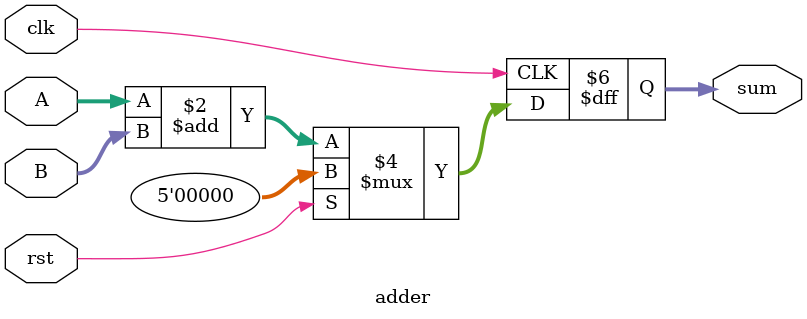
<source format=sv>
module adder(input logic clk,rst,input logic [3:0]A,B,
             output logic [4:0]sum);
  always@(posedge clk)begin
    if(rst)
      sum <= 5'b0;
    else
      sum <= A+B;
  end
endmodule
  

</source>
